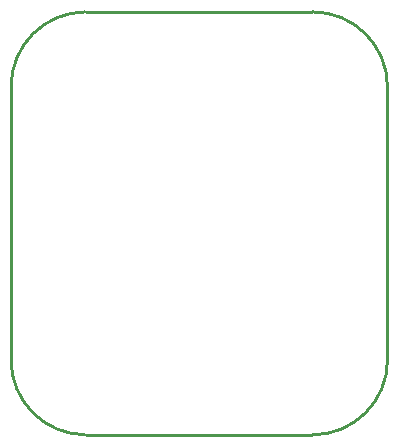
<source format=gko>
G04 Layer: BoardOutline*
G04 EasyEDA v6.4.5, 2020-09-10T17:23:05--4:00*
G04 2e966794ef5b4dc9b60ed7227ec9bd29,ebf70693e8d24e819ce4a1bff5f43d4f,10*
G04 Gerber Generator version 0.2*
G04 Scale: 100 percent, Rotated: No, Reflected: No *
G04 Dimensions in millimeters *
G04 leading zeros omitted , absolute positions ,3 integer and 3 decimal *
%FSLAX33Y33*%
%MOMM*%
G90*
G71D02*

%ADD10C,0.254000*%
G54D10*
G01X0Y6350D02*
G01X0Y29464D01*
G01X6350Y35814D02*
G01X25527Y35814D01*
G01X25527Y0D02*
G01X6350Y0D01*
G01X31877Y29464D02*
G01X31877Y6350D01*
G75*
G01X0Y29464D02*
G02X6350Y35814I6350J0D01*
G01*
G75*
G01X25529Y35814D02*
G02X31879Y29464I0J-6350D01*
G01*
G75*
G01X31880Y6350D02*
G02X25530Y0I-6350J0D01*
G01*
G75*
G01X6351Y0D02*
G02X1Y6350I0J6350D01*
G01*

%LPD*%
M00*
M02*

</source>
